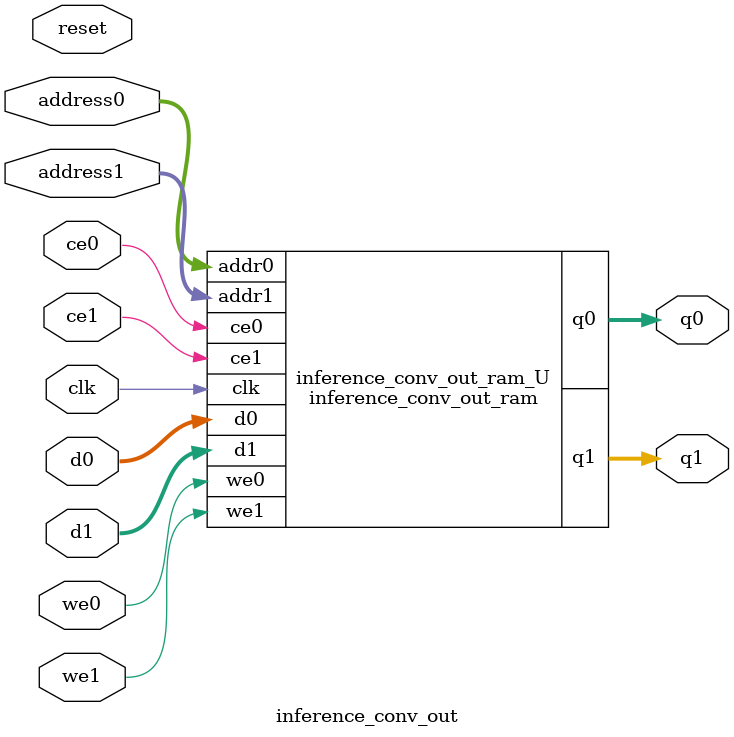
<source format=v>
`timescale 1 ns / 1 ps
module inference_conv_out_ram (addr0, ce0, d0, we0, q0, addr1, ce1, d1, we1, q1,  clk);

parameter DWIDTH = 32;
parameter AWIDTH = 11;
parameter MEM_SIZE = 1200;

input[AWIDTH-1:0] addr0;
input ce0;
input[DWIDTH-1:0] d0;
input we0;
output reg[DWIDTH-1:0] q0;
input[AWIDTH-1:0] addr1;
input ce1;
input[DWIDTH-1:0] d1;
input we1;
output reg[DWIDTH-1:0] q1;
input clk;

reg [DWIDTH-1:0] ram[0:MEM_SIZE-1];




always @(posedge clk)  
begin 
    if (ce0) begin
        if (we0) 
            ram[addr0] <= d0; 
        q0 <= ram[addr0];
    end
end


always @(posedge clk)  
begin 
    if (ce1) begin
        if (we1) 
            ram[addr1] <= d1; 
        q1 <= ram[addr1];
    end
end


endmodule

`timescale 1 ns / 1 ps
module inference_conv_out(
    reset,
    clk,
    address0,
    ce0,
    we0,
    d0,
    q0,
    address1,
    ce1,
    we1,
    d1,
    q1);

parameter DataWidth = 32'd32;
parameter AddressRange = 32'd1200;
parameter AddressWidth = 32'd11;
input reset;
input clk;
input[AddressWidth - 1:0] address0;
input ce0;
input we0;
input[DataWidth - 1:0] d0;
output[DataWidth - 1:0] q0;
input[AddressWidth - 1:0] address1;
input ce1;
input we1;
input[DataWidth - 1:0] d1;
output[DataWidth - 1:0] q1;



inference_conv_out_ram inference_conv_out_ram_U(
    .clk( clk ),
    .addr0( address0 ),
    .ce0( ce0 ),
    .we0( we0 ),
    .d0( d0 ),
    .q0( q0 ),
    .addr1( address1 ),
    .ce1( ce1 ),
    .we1( we1 ),
    .d1( d1 ),
    .q1( q1 ));

endmodule


</source>
